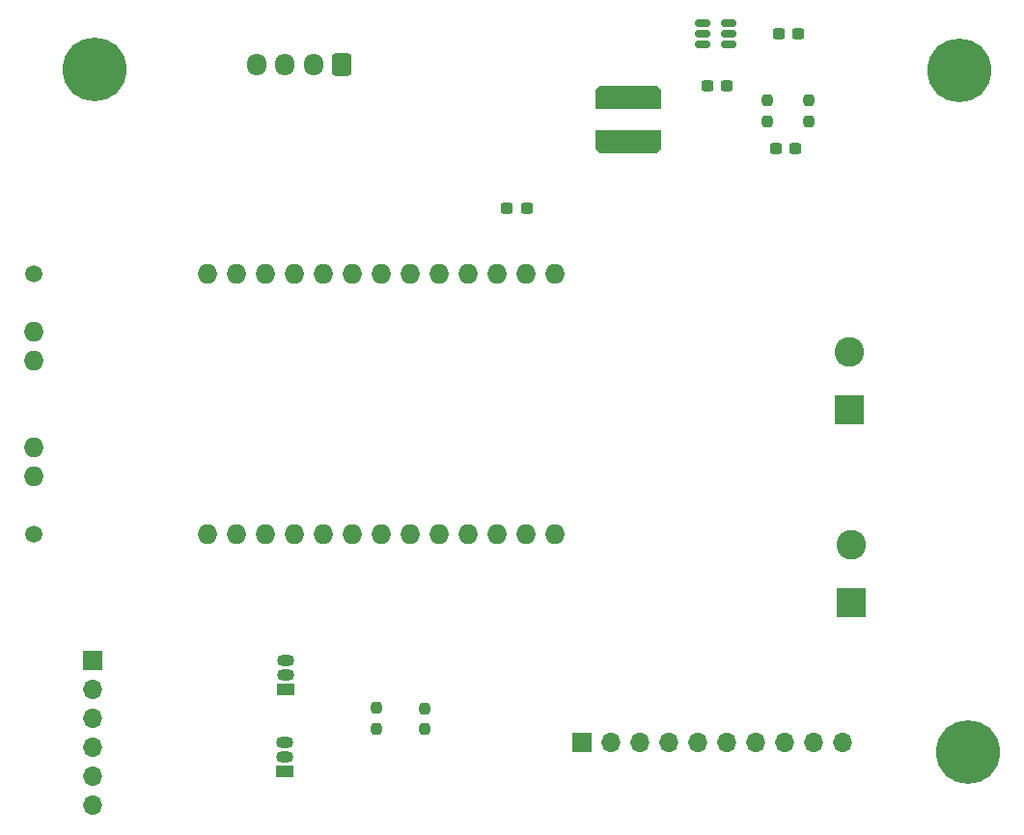
<source format=gbr>
%TF.GenerationSoftware,KiCad,Pcbnew,8.0.6*%
%TF.CreationDate,2025-02-09T15:22:34+01:00*%
%TF.ProjectId,BaseBoard,42617365-426f-4617-9264-2e6b69636164,rev?*%
%TF.SameCoordinates,Original*%
%TF.FileFunction,Soldermask,Top*%
%TF.FilePolarity,Negative*%
%FSLAX46Y46*%
G04 Gerber Fmt 4.6, Leading zero omitted, Abs format (unit mm)*
G04 Created by KiCad (PCBNEW 8.0.6) date 2025-02-09 15:22:34*
%MOMM*%
%LPD*%
G01*
G04 APERTURE LIST*
G04 Aperture macros list*
%AMRoundRect*
0 Rectangle with rounded corners*
0 $1 Rounding radius*
0 $2 $3 $4 $5 $6 $7 $8 $9 X,Y pos of 4 corners*
0 Add a 4 corners polygon primitive as box body*
4,1,4,$2,$3,$4,$5,$6,$7,$8,$9,$2,$3,0*
0 Add four circle primitives for the rounded corners*
1,1,$1+$1,$2,$3*
1,1,$1+$1,$4,$5*
1,1,$1+$1,$6,$7*
1,1,$1+$1,$8,$9*
0 Add four rect primitives between the rounded corners*
20,1,$1+$1,$2,$3,$4,$5,0*
20,1,$1+$1,$4,$5,$6,$7,0*
20,1,$1+$1,$6,$7,$8,$9,0*
20,1,$1+$1,$8,$9,$2,$3,0*%
%AMOutline5P*
0 Free polygon, 5 corners , with rotation*
0 The origin of the aperture is its center*
0 number of corners: always 5*
0 $1 to $10 corner X, Y*
0 $11 Rotation angle, in degrees counterclockwise*
0 create outline with 5 corners*
4,1,5,$1,$2,$3,$4,$5,$6,$7,$8,$9,$10,$1,$2,$11*%
%AMOutline6P*
0 Free polygon, 6 corners , with rotation*
0 The origin of the aperture is its center*
0 number of corners: always 6*
0 $1 to $12 corner X, Y*
0 $13 Rotation angle, in degrees counterclockwise*
0 create outline with 6 corners*
4,1,6,$1,$2,$3,$4,$5,$6,$7,$8,$9,$10,$11,$12,$1,$2,$13*%
%AMOutline7P*
0 Free polygon, 7 corners , with rotation*
0 The origin of the aperture is its center*
0 number of corners: always 7*
0 $1 to $14 corner X, Y*
0 $15 Rotation angle, in degrees counterclockwise*
0 create outline with 7 corners*
4,1,7,$1,$2,$3,$4,$5,$6,$7,$8,$9,$10,$11,$12,$13,$14,$1,$2,$15*%
%AMOutline8P*
0 Free polygon, 8 corners , with rotation*
0 The origin of the aperture is its center*
0 number of corners: always 8*
0 $1 to $16 corner X, Y*
0 $17 Rotation angle, in degrees counterclockwise*
0 create outline with 8 corners*
4,1,8,$1,$2,$3,$4,$5,$6,$7,$8,$9,$10,$11,$12,$13,$14,$15,$16,$1,$2,$17*%
G04 Aperture macros list end*
%ADD10RoundRect,0.250000X0.600000X0.725000X-0.600000X0.725000X-0.600000X-0.725000X0.600000X-0.725000X0*%
%ADD11O,1.700000X1.950000*%
%ADD12RoundRect,0.237500X-0.237500X0.250000X-0.237500X-0.250000X0.237500X-0.250000X0.237500X0.250000X0*%
%ADD13RoundRect,0.237500X0.237500X-0.250000X0.237500X0.250000X-0.237500X0.250000X-0.237500X-0.250000X0*%
%ADD14RoundRect,0.150000X-0.512500X-0.150000X0.512500X-0.150000X0.512500X0.150000X-0.512500X0.150000X0*%
%ADD15C,5.600000*%
%ADD16RoundRect,0.237500X-0.300000X-0.237500X0.300000X-0.237500X0.300000X0.237500X-0.300000X0.237500X0*%
%ADD17R,1.500000X1.050000*%
%ADD18O,1.500000X1.050000*%
%ADD19RoundRect,0.237500X0.300000X0.237500X-0.300000X0.237500X-0.300000X-0.237500X0.300000X-0.237500X0*%
%ADD20R,2.600000X2.600000*%
%ADD21C,2.600000*%
%ADD22R,1.700000X1.700000*%
%ADD23O,1.700000X1.700000*%
%ADD24Outline6P,-2.900000X0.630000X-2.480000X1.050000X2.480000X1.050000X2.900000X0.630000X2.900000X-1.050000X-2.900000X-1.050000X0.000000*%
%ADD25Outline6P,-2.900000X0.630000X-2.480000X1.050000X2.480000X1.050000X2.900000X0.630000X2.900000X-1.050000X-2.900000X-1.050000X180.000000*%
%ADD26C,1.500000*%
%ADD27O,1.727200X1.727200*%
G04 APERTURE END LIST*
D10*
%TO.C,J3*%
X129550000Y-65050000D03*
D11*
X127050000Y-65050000D03*
X124550000Y-65050000D03*
X122050000Y-65050000D03*
%TD*%
D12*
%TO.C,R3*%
X132600000Y-121500000D03*
X132600000Y-123325000D03*
%TD*%
D13*
%TO.C,R4*%
X136800000Y-123362500D03*
X136800000Y-121537500D03*
%TD*%
D14*
%TO.C,U2*%
X161212500Y-61337500D03*
X161212500Y-62287500D03*
X161212500Y-63237500D03*
X163487500Y-63237500D03*
X163487500Y-62287500D03*
X163487500Y-61337500D03*
%TD*%
D15*
%TO.C,H3*%
X184450000Y-125400000D03*
%TD*%
D16*
%TO.C,C2*%
X167887500Y-62300000D03*
X169612500Y-62300000D03*
%TD*%
D17*
%TO.C,Q1*%
X124610000Y-119870000D03*
D18*
X124610000Y-118600000D03*
X124610000Y-117330000D03*
%TD*%
D16*
%TO.C,C3*%
X167637500Y-72400000D03*
X169362500Y-72400000D03*
%TD*%
D19*
%TO.C,C1*%
X163312500Y-66900000D03*
X161587500Y-66900000D03*
%TD*%
%TO.C,C4*%
X145762500Y-77650000D03*
X144037500Y-77650000D03*
%TD*%
D20*
%TO.C,J1*%
X174250000Y-112280000D03*
D21*
X174250000Y-107200000D03*
%TD*%
D15*
%TO.C,H1*%
X107850000Y-65400000D03*
%TD*%
D22*
%TO.C,J4*%
X150580000Y-124550000D03*
D23*
X153120000Y-124550000D03*
X155660000Y-124550000D03*
X158200000Y-124550000D03*
X160740000Y-124550000D03*
X163280000Y-124550000D03*
X165820000Y-124550000D03*
X168360000Y-124550000D03*
X170900000Y-124550000D03*
X173440000Y-124550000D03*
%TD*%
D20*
%TO.C,J5*%
X174100000Y-95280000D03*
D21*
X174100000Y-90200000D03*
%TD*%
D24*
%TO.C,L1*%
X154650000Y-67850000D03*
D25*
X154650000Y-71750000D03*
%TD*%
D17*
%TO.C,Q2*%
X124560000Y-127070000D03*
D18*
X124560000Y-125800000D03*
X124560000Y-124530000D03*
%TD*%
D12*
%TO.C,R2*%
X170500000Y-68137500D03*
X170500000Y-69962500D03*
%TD*%
D15*
%TO.C,H2*%
X183700000Y-65550000D03*
%TD*%
D22*
%TO.C,J2*%
X107650000Y-117360000D03*
D23*
X107650000Y-119900000D03*
X107650000Y-122440000D03*
X107650000Y-124980000D03*
X107650000Y-127520000D03*
X107650000Y-130060000D03*
%TD*%
D13*
%TO.C,R1*%
X166850000Y-69962500D03*
X166850000Y-68137500D03*
%TD*%
D26*
%TO.C,U1*%
X102560000Y-83400000D03*
X102560000Y-106260000D03*
D27*
X117800000Y-83400000D03*
X120340000Y-83400000D03*
X122880000Y-83400000D03*
X125420000Y-83400000D03*
X127960000Y-83400000D03*
X130500000Y-83400000D03*
X133040000Y-83400000D03*
X135580000Y-83400000D03*
X138120000Y-83400000D03*
X140660000Y-83400000D03*
X143200000Y-83400000D03*
X145740000Y-83400000D03*
X148280000Y-83400000D03*
X117800000Y-106260000D03*
X120340000Y-106260000D03*
X122880000Y-106260000D03*
X125420000Y-106260000D03*
X127960000Y-106260000D03*
X130500000Y-106260000D03*
X133040000Y-106260000D03*
X135580000Y-106260000D03*
X138120000Y-106260000D03*
X140660000Y-106260000D03*
X143200000Y-106260000D03*
X145740000Y-106260000D03*
X148280000Y-106260000D03*
X102560000Y-88480000D03*
X102560000Y-91020000D03*
X102560000Y-98640000D03*
X102560000Y-101180000D03*
%TD*%
M02*

</source>
